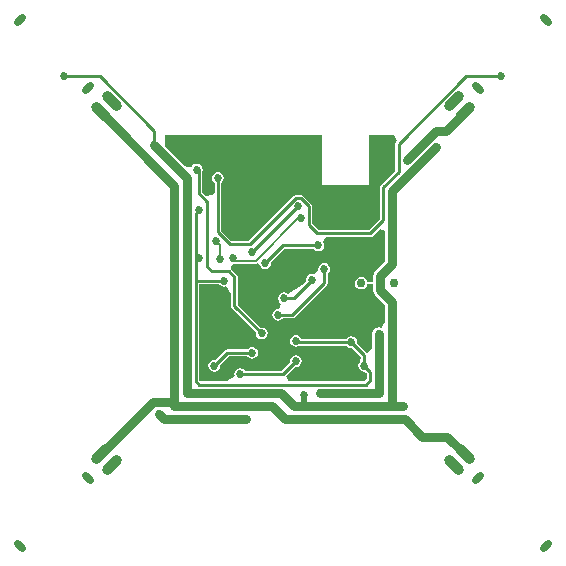
<source format=gbl>
%FSLAX25Y25*%
%MOIN*%
G70*
G01*
G75*
G04 Layer_Physical_Order=2*
G04 Layer_Color=16711680*
%ADD10C,0.01000*%
%ADD11C,0.02200*%
%ADD12C,0.01100*%
%ADD13R,0.02205X0.02677*%
%ADD14R,0.11811X0.15748*%
%ADD15R,0.01181X0.01575*%
%ADD16R,0.01575X0.01772*%
%ADD17R,0.01772X0.01575*%
%ADD18R,0.02362X0.01969*%
%ADD19R,0.01969X0.02362*%
%ADD20R,0.05315X0.05906*%
%ADD21R,0.01969X0.03937*%
%ADD22R,0.03100X0.03100*%
%ADD23R,0.03150X0.01181*%
%ADD24R,0.01181X0.03150*%
%ADD25O,0.01181X0.03150*%
%ADD26R,0.12598X0.12598*%
%ADD27R,0.12598X0.12598*%
%ADD28O,0.03150X0.01181*%
%ADD29R,0.02559X0.03740*%
G04:AMPARAMS|DCode=30|XSize=37.4mil|YSize=25.59mil|CornerRadius=0mil|HoleSize=0mil|Usage=FLASHONLY|Rotation=315.000|XOffset=0mil|YOffset=0mil|HoleType=Round|Shape=Rectangle|*
%AMROTATEDRECTD30*
4,1,4,-0.02227,0.00418,-0.00418,0.02227,0.02227,-0.00418,0.00418,-0.02227,-0.02227,0.00418,0.0*
%
%ADD30ROTATEDRECTD30*%

G04:AMPARAMS|DCode=31|XSize=37.4mil|YSize=25.59mil|CornerRadius=0mil|HoleSize=0mil|Usage=FLASHONLY|Rotation=225.000|XOffset=0mil|YOffset=0mil|HoleType=Round|Shape=Rectangle|*
%AMROTATEDRECTD31*
4,1,4,0.00418,0.02227,0.02227,0.00418,-0.00418,-0.02227,-0.02227,-0.00418,0.00418,0.02227,0.0*
%
%ADD31ROTATEDRECTD31*%

%ADD32R,0.03543X0.03150*%
%ADD33R,0.06299X0.05118*%
%ADD34R,0.01181X0.03543*%
%ADD35R,0.03150X0.06299*%
%ADD36R,0.03150X0.02559*%
%ADD37R,0.03937X0.04724*%
%ADD38R,0.02756X0.03150*%
%ADD39R,0.02362X0.03347*%
%ADD40C,0.03000*%
%ADD41C,0.00800*%
%ADD42C,0.02000*%
G04:AMPARAMS|DCode=43|XSize=35.43mil|YSize=78.74mil|CornerRadius=0mil|HoleSize=0mil|Usage=FLASHONLY|Rotation=45.000|XOffset=0mil|YOffset=0mil|HoleType=Round|Shape=Round|*
%AMOVALD43*
21,1,0.04331,0.03543,0.00000,0.00000,135.0*
1,1,0.03543,0.01531,-0.01531*
1,1,0.03543,-0.01531,0.01531*
%
%ADD43OVALD43*%

G04:AMPARAMS|DCode=44|XSize=47.24mil|YSize=23.62mil|CornerRadius=0mil|HoleSize=0mil|Usage=FLASHONLY|Rotation=45.000|XOffset=0mil|YOffset=0mil|HoleType=Round|Shape=Round|*
%AMOVALD44*
21,1,0.02362,0.02362,0.00000,0.00000,45.0*
1,1,0.02362,-0.00835,-0.00835*
1,1,0.02362,0.00835,0.00835*
%
%ADD44OVALD44*%

G04:AMPARAMS|DCode=45|XSize=47.24mil|YSize=23.62mil|CornerRadius=0mil|HoleSize=0mil|Usage=FLASHONLY|Rotation=315.000|XOffset=0mil|YOffset=0mil|HoleType=Round|Shape=Round|*
%AMOVALD45*
21,1,0.02362,0.02362,0.00000,0.00000,315.0*
1,1,0.02362,-0.00835,0.00835*
1,1,0.02362,0.00835,-0.00835*
%
%ADD45OVALD45*%

G04:AMPARAMS|DCode=46|XSize=35.43mil|YSize=78.74mil|CornerRadius=0mil|HoleSize=0mil|Usage=FLASHONLY|Rotation=315.000|XOffset=0mil|YOffset=0mil|HoleType=Round|Shape=Round|*
%AMOVALD46*
21,1,0.04331,0.03543,0.00000,0.00000,45.0*
1,1,0.03543,-0.01531,-0.01531*
1,1,0.03543,0.01531,0.01531*
%
%ADD46OVALD46*%

%ADD47O,0.02756X0.02953*%
%ADD48C,0.02953*%
%ADD49C,0.02700*%
G36*
X270300Y263345D02*
Y253249D01*
X266990Y249939D01*
X266526Y249245D01*
X266363Y248425D01*
Y246499D01*
X264372Y246303D01*
X264259Y246873D01*
X263800Y247560D01*
X263113Y248019D01*
X262303Y248180D01*
X261493Y248019D01*
X260806Y247560D01*
X260347Y246873D01*
X260186Y246063D01*
X260347Y245253D01*
X260806Y244566D01*
X261493Y244107D01*
X262303Y243946D01*
X263113Y244107D01*
X263800Y244566D01*
X264259Y245253D01*
X264372Y245823D01*
X266363Y245627D01*
Y243701D01*
X266526Y242881D01*
X266526Y242881D01*
X266526Y242881D01*
X266990Y242187D01*
X270300Y238877D01*
Y233163D01*
X269195Y231509D01*
X268754Y231147D01*
X268110Y231275D01*
X267291Y231112D01*
X266596Y230648D01*
X266132Y229953D01*
X265969Y229134D01*
Y224037D01*
X264499Y223054D01*
X264121Y222898D01*
X260977Y226043D01*
X261043Y226378D01*
X260892Y227139D01*
X260461Y227784D01*
X259816Y228215D01*
X259055Y228366D01*
X258294Y228215D01*
X257649Y227784D01*
X257459Y227500D01*
X242395D01*
X242388Y227533D01*
X241957Y228177D01*
X241312Y228608D01*
X240551Y228760D01*
X239790Y228608D01*
X239145Y228177D01*
X238714Y227533D01*
X238563Y226772D01*
X238714Y226011D01*
X239145Y225366D01*
X239790Y224935D01*
X240551Y224783D01*
X241312Y224935D01*
X241793Y225256D01*
X257459D01*
X257649Y224972D01*
X258294Y224541D01*
X259055Y224390D01*
X259390Y224457D01*
X262264Y221583D01*
X262264Y221583D01*
D01*
X261980Y219910D01*
X261549Y219265D01*
X261398Y218504D01*
X261549Y217743D01*
X261980Y217098D01*
X262625Y216667D01*
X263386Y216516D01*
X263386Y216516D01*
X263386Y216516D01*
X264146Y216116D01*
X264146Y214158D01*
X263315Y213326D01*
X238102D01*
X237829Y213735D01*
X237233Y215174D01*
X240216Y218157D01*
X240551Y218091D01*
X241312Y218242D01*
X241957Y218673D01*
X242388Y219318D01*
X242539Y220079D01*
X242388Y220840D01*
X241957Y221485D01*
X241312Y221916D01*
X240551Y222067D01*
X239790Y221916D01*
X239145Y221485D01*
X238714Y220840D01*
X238563Y220079D01*
X238630Y219743D01*
X235756Y216870D01*
X223643D01*
X223453Y217154D01*
X222808Y217585D01*
X222047Y217736D01*
X221286Y217585D01*
X220641Y217154D01*
X220210Y216509D01*
X220059Y215748D01*
X220210Y214987D01*
X217725Y213326D01*
X208732D01*
X208208Y213850D01*
Y245729D01*
X214940D01*
X215130Y245444D01*
X215775Y245013D01*
X216535Y244862D01*
X217296Y245013D01*
X218957Y242528D01*
Y238386D01*
X218957Y238386D01*
X219043Y237957D01*
X219286Y237593D01*
X227212Y229666D01*
X227146Y229331D01*
X227297Y228570D01*
X227728Y227925D01*
X228373Y227494D01*
X229134Y227343D01*
X229895Y227494D01*
X230540Y227925D01*
X230971Y228570D01*
X231122Y229331D01*
X230971Y230092D01*
X230540Y230737D01*
X229895Y231168D01*
X229134Y231319D01*
X228799Y231252D01*
X221200Y238850D01*
Y248031D01*
X221200Y248031D01*
X221115Y248461D01*
X220872Y248825D01*
X218903Y250793D01*
X218915Y251718D01*
X219685Y252343D01*
X220446Y252494D01*
X220491Y252524D01*
X227165D01*
X227555Y252601D01*
X227555Y252601D01*
X227555Y252601D01*
X228015Y252693D01*
X228478Y251995D01*
Y251995D01*
X228909Y251350D01*
X229554Y250919D01*
X230315Y250768D01*
X231076Y250919D01*
X231721Y251350D01*
X232152Y251995D01*
X232303Y252756D01*
X232237Y253091D01*
X236685Y257540D01*
X246436D01*
X246626Y257256D01*
X247271Y256825D01*
X248031Y256673D01*
X248792Y256825D01*
X249437Y257256D01*
X249868Y257901D01*
X250020Y258661D01*
X249868Y259422D01*
X249674Y259713D01*
X250617Y261477D01*
X265354D01*
X265354Y261477D01*
X265784Y261562D01*
X266147Y261805D01*
X268452Y264110D01*
X270300Y263345D01*
D02*
G37*
G36*
X274125Y293428D02*
X274010Y293313D01*
X273767Y292949D01*
X273682Y292520D01*
X273682Y292520D01*
Y283535D01*
X268892Y278746D01*
X268649Y278382D01*
X268564Y277953D01*
X268564Y277953D01*
Y267394D01*
X264890Y263720D01*
X248102D01*
X246003Y265819D01*
Y271654D01*
X246004Y271654D01*
X245918Y272083D01*
X245675Y272447D01*
X245675Y272447D01*
X242919Y275202D01*
X242555Y275446D01*
X242126Y275531D01*
X242126Y275531D01*
X240551D01*
X240122Y275446D01*
X239758Y275202D01*
X239758Y275202D01*
X224732Y260177D01*
X218969D01*
X215688Y263457D01*
Y279506D01*
X215973Y279696D01*
X216404Y280342D01*
X216555Y281102D01*
X216404Y281863D01*
X215973Y282508D01*
X215328Y282939D01*
X214567Y283091D01*
X213806Y282939D01*
X213161Y282508D01*
X212730Y281863D01*
X212579Y281102D01*
X212730Y280342D01*
X213161Y279696D01*
X213445Y279506D01*
Y276465D01*
X212692Y275334D01*
X210701Y275137D01*
X209389Y276449D01*
Y283460D01*
X209469Y283858D01*
X209317Y284619D01*
X208886Y285264D01*
X208241Y285695D01*
X207480Y285846D01*
X206719Y285695D01*
X206074Y285264D01*
X205798Y284850D01*
X204919Y284763D01*
X203395Y285066D01*
X196850Y291611D01*
Y295276D01*
X249213D01*
Y278740D01*
X264961D01*
Y295276D01*
X273360D01*
X274125Y293428D01*
D02*
G37*
%LPC*%
G36*
X225984Y224823D02*
X225223Y224672D01*
X224578Y224240D01*
X224388Y223956D01*
X217717D01*
X217717Y223956D01*
X217287Y223871D01*
X216923Y223628D01*
X216923Y223628D01*
X213721Y220425D01*
X213386Y220492D01*
X212625Y220341D01*
X211980Y219910D01*
X211549Y219265D01*
X211398Y218504D01*
X211549Y217743D01*
X211980Y217098D01*
X212625Y216667D01*
X213386Y216516D01*
X214147Y216667D01*
X214792Y217098D01*
X215223Y217743D01*
X215374Y218504D01*
X215307Y218839D01*
X218181Y221713D01*
X224388D01*
X224578Y221429D01*
X225223Y220998D01*
X225984Y220847D01*
X226745Y220998D01*
X227390Y221429D01*
X227821Y222074D01*
X227972Y222835D01*
X227821Y223595D01*
X227390Y224240D01*
X226745Y224672D01*
X225984Y224823D01*
D02*
G37*
G36*
X250000Y252776D02*
X249239Y252624D01*
X248594Y252193D01*
X248163Y251548D01*
X248012Y250787D01*
X248063Y250530D01*
X246649Y249116D01*
X246063Y249232D01*
X245302Y249081D01*
X244657Y248650D01*
X244226Y248005D01*
X244075Y247244D01*
X244142Y246909D01*
X242732Y245499D01*
X238020Y242351D01*
X237375Y242782D01*
X236614Y242933D01*
X235853Y242782D01*
X235208Y242351D01*
X234777Y241706D01*
X234626Y240945D01*
X234777Y240184D01*
X235049Y239778D01*
Y239778D01*
X235208Y239539D01*
X235208Y239539D01*
X235302Y239476D01*
D01*
X235698Y239212D01*
X234999Y237525D01*
X234932Y237364D01*
X234646Y237421D01*
X234646D01*
X233885Y237270D01*
X233240Y236839D01*
X232809Y236194D01*
X232658Y235433D01*
X232809Y234672D01*
X233240Y234027D01*
X233885Y233596D01*
X234646Y233445D01*
X235406Y233596D01*
X236052Y234027D01*
X236242Y234312D01*
X239370D01*
X239370Y234312D01*
X239799Y234397D01*
X240163Y234640D01*
X250793Y245270D01*
X250793Y245270D01*
X251036Y245634D01*
X251036Y245634D01*
X251036Y245634D01*
X251122Y246063D01*
X251121Y246063D01*
Y249192D01*
X251406Y249381D01*
X251837Y250026D01*
X251988Y250787D01*
X251837Y251548D01*
X251406Y252193D01*
X250761Y252624D01*
X250000Y252776D01*
D02*
G37*
%LPD*%
D10*
X274803Y292520D02*
X297244Y314961D01*
X274803Y283071D02*
Y292520D01*
X269685Y277953D02*
X274803Y283071D01*
X220079Y238386D02*
Y248031D01*
X218110Y250000D02*
X220079Y248031D01*
X212598Y250000D02*
X218110D01*
X220079Y238386D02*
X229134Y229331D01*
X211024Y251575D02*
X212598Y250000D01*
X211024Y251575D02*
Y273228D01*
X208268Y275984D02*
X211024Y273228D01*
X240551Y226378D02*
X259055D01*
X207087Y246850D02*
X216535D01*
X207087D02*
Y269291D01*
Y213386D02*
Y246850D01*
Y269291D02*
X208268Y270472D01*
X263386Y218504D02*
X265354Y216535D01*
Y213779D02*
Y216535D01*
X263779Y212205D02*
X265354Y213779D01*
X208268Y212205D02*
X263779D01*
X207087Y213386D02*
X208268Y212205D01*
X234646Y235433D02*
X239370D01*
X250000Y246063D01*
X236614Y240945D02*
X239764D01*
X208268Y275984D02*
Y283858D01*
X263386Y218504D02*
Y222047D01*
X259055Y226378D02*
X263386Y222047D01*
X225984Y256299D02*
X241339Y271654D01*
X213386Y218504D02*
X217717Y222835D01*
X225984D01*
X222047Y215748D02*
X236221D01*
X240551Y220079D01*
X193307Y292126D02*
Y296850D01*
X175197Y314961D02*
X193307Y296850D01*
X163386Y314961D02*
X175197D01*
X239764Y240945D02*
X246063Y247244D01*
X250000Y246063D02*
Y250787D01*
X214567Y262992D02*
Y281102D01*
Y262992D02*
X218504Y259055D01*
X225197D01*
X240551Y274410D01*
X242126D01*
X244882Y271654D01*
Y265354D02*
Y271654D01*
Y265354D02*
X247638Y262598D01*
X265354D01*
X269685Y266929D01*
Y277953D01*
X230315Y252756D02*
X236221Y258661D01*
X248031D01*
X297244Y314961D02*
X309055D01*
D40*
X272441Y205118D02*
Y226378D01*
X255512Y200787D02*
X276772D01*
X239764Y205118D02*
X243307D01*
X235433Y209449D02*
X239764Y205118D01*
X224016Y209449D02*
X235433D01*
X237008Y200787D02*
X248425D01*
X232677Y205118D02*
X237008Y200787D01*
X200000Y205118D02*
X232677D01*
X251969Y200787D02*
X255512D01*
Y209449D02*
X268110D01*
X204331D02*
X216929D01*
X193307Y292126D02*
X204331Y281102D01*
X243307Y205118D02*
X272441D01*
X248425Y209449D02*
X251969D01*
X272441Y205118D02*
X276378D01*
X216929Y200787D02*
X220472D01*
X224016D01*
X216929Y209449D02*
X220472D01*
X224016D01*
X268504Y248425D02*
X272441Y252362D01*
X248425Y200787D02*
X251969D01*
Y209449D02*
X255512D01*
X272441Y276772D02*
X287205Y291535D01*
X204331Y209449D02*
Y278740D01*
Y281102D01*
X200000Y205118D02*
Y278346D01*
X175591Y303150D02*
X200000Y278346D01*
X196457Y200787D02*
X216929D01*
X272441Y226378D02*
Y239764D01*
X268504Y243701D02*
X272441Y239764D01*
X268504Y243701D02*
Y248425D01*
X272441Y252362D02*
Y276772D01*
X277559Y287008D02*
X287402Y296850D01*
X290551D01*
X296850Y303150D01*
X268110Y209449D02*
Y229134D01*
X175591Y188976D02*
X192913Y206299D01*
X194882Y202362D02*
X196457Y200787D01*
X192913Y206299D02*
X200000D01*
X276772Y200787D02*
X282677Y194882D01*
X290945D01*
X296850Y188976D01*
D41*
X213779Y260236D02*
X215354Y258661D01*
Y253937D02*
Y258661D01*
X227165Y253543D02*
X241339Y267717D01*
X220472Y253543D02*
X227165D01*
X219685Y254331D02*
X220472Y253543D01*
D42*
X243307Y205118D02*
Y208661D01*
D43*
X175591Y303150D02*
D03*
X179134Y306693D02*
D03*
X293307Y185433D02*
D03*
X296850Y188976D02*
D03*
D44*
X148425Y333858D02*
D03*
X171260Y311024D02*
D03*
X301181Y181102D02*
D03*
X324016Y158268D02*
D03*
D45*
X301181Y311024D02*
D03*
X324016Y333858D02*
D03*
X171260Y181102D02*
D03*
X148425Y158268D02*
D03*
D46*
X296850Y303150D02*
D03*
X293307Y306693D02*
D03*
X175591Y188976D02*
D03*
X179134Y185433D02*
D03*
D47*
X262303Y246063D02*
D03*
D48*
X273130D02*
D03*
D49*
X249213Y235433D02*
D03*
X230709Y248425D02*
D03*
X248031Y258661D02*
D03*
X230315Y252756D02*
D03*
X208268Y254331D02*
D03*
X255512Y200787D02*
D03*
X215354Y253937D02*
D03*
X247244Y281102D02*
D03*
X266929Y286614D02*
D03*
Y292520D02*
D03*
X262205Y277165D02*
D03*
X257087D02*
D03*
X251969D02*
D03*
X247244Y285039D02*
D03*
X239370Y288583D02*
D03*
X242520Y291339D02*
D03*
X246457Y292520D02*
D03*
X219685Y254331D02*
D03*
X216535Y246850D02*
D03*
X240551Y226772D02*
D03*
X259055Y226378D02*
D03*
X207480Y283858D02*
D03*
X243307Y208661D02*
D03*
X229134Y229331D02*
D03*
X248425Y200787D02*
D03*
X251969D02*
D03*
X220472Y209449D02*
D03*
X216929D02*
D03*
X255512D02*
D03*
X251969D02*
D03*
X248425D02*
D03*
X224016D02*
D03*
X216929Y200787D02*
D03*
X224016D02*
D03*
X220472D02*
D03*
X232283Y287008D02*
D03*
X242126Y267717D02*
D03*
X241339Y271654D02*
D03*
X219685Y275590D02*
D03*
X261811Y214961D02*
D03*
X225984Y256299D02*
D03*
X215748Y290551D02*
D03*
X213779Y260236D02*
D03*
X208268Y270472D02*
D03*
X246063Y247244D02*
D03*
X225984Y222835D02*
D03*
X263386Y218504D02*
D03*
X240551Y220079D02*
D03*
X213386Y218504D02*
D03*
X215158Y232283D02*
D03*
X210236Y216142D02*
D03*
X222047Y215748D02*
D03*
X236614Y240945D02*
D03*
X250000Y250787D02*
D03*
X234646Y235433D02*
D03*
X211024Y281102D02*
D03*
X204331Y278740D02*
D03*
X193307Y292126D02*
D03*
X194882Y202362D02*
D03*
X163386Y314961D02*
D03*
X272441Y226378D02*
D03*
X257480Y259449D02*
D03*
X252756Y254724D02*
D03*
X257480D02*
D03*
X214567Y281102D02*
D03*
X252756Y259449D02*
D03*
X277559Y287008D02*
D03*
X287205Y291535D02*
D03*
X266929Y281102D02*
D03*
X309055Y314961D02*
D03*
X268110Y229134D02*
D03*
X276378Y205118D02*
D03*
X228346Y275590D02*
D03*
Y267323D02*
D03*
X219685D02*
D03*
X242520Y250394D02*
D03*
M02*

</source>
